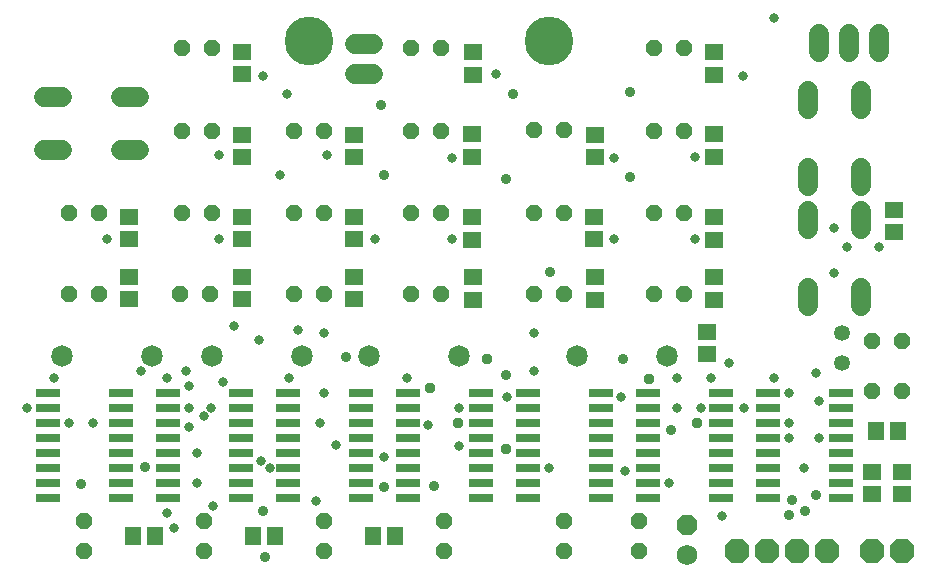
<source format=gbr>
G04 EAGLE Gerber X2 export*
%TF.Part,Single*%
%TF.FileFunction,Soldermask,Top,1*%
%TF.FilePolarity,Negative*%
%TF.GenerationSoftware,Autodesk,EAGLE,9.1.0*%
%TF.CreationDate,2019-12-30T04:36:43Z*%
G75*
%MOMM*%
%FSLAX34Y34*%
%LPD*%
%AMOC8*
5,1,8,0,0,1.08239X$1,22.5*%
G01*
%ADD10C,4.127000*%
%ADD11R,2.159000X0.787400*%
%ADD12P,1.457113X8X22.500000*%
%ADD13C,1.346200*%
%ADD14R,1.427000X1.627000*%
%ADD15R,1.627000X1.427000*%
%ADD16P,2.226909X8X22.500000*%
%ADD17P,1.457113X8X292.500000*%
%ADD18C,1.827000*%
%ADD19C,1.651000*%
%ADD20P,1.869504X8X112.500000*%
%ADD21C,1.727200*%
%ADD22C,0.832600*%
%ADD23C,0.889000*%
%ADD24C,0.939800*%


D10*
X249206Y457454D03*
X452406Y457454D03*
D11*
X597440Y70104D03*
X535972Y70104D03*
X597440Y82804D03*
X597440Y95504D03*
X535972Y82804D03*
X535972Y95504D03*
X597440Y108204D03*
X535972Y108204D03*
X597440Y120904D03*
X535972Y120904D03*
X597440Y133604D03*
X597440Y146304D03*
X535972Y133604D03*
X535972Y146304D03*
X597440Y159004D03*
X535972Y159004D03*
D12*
X541306Y451580D03*
X566706Y451580D03*
X541306Y381413D03*
X566706Y381413D03*
X541306Y311245D03*
X566706Y311245D03*
X541306Y242697D03*
X566706Y242697D03*
D11*
X637572Y159004D03*
X699040Y159004D03*
X637572Y146304D03*
X637572Y133604D03*
X699040Y146304D03*
X699040Y133604D03*
X637572Y120904D03*
X699040Y120904D03*
X637572Y108204D03*
X699040Y108204D03*
X637572Y95504D03*
X637572Y82804D03*
X699040Y95504D03*
X699040Y82804D03*
X637572Y70104D03*
X699040Y70104D03*
D13*
X700056Y184404D03*
X700056Y209804D03*
D12*
X725456Y203454D03*
X750856Y203454D03*
X725456Y160560D03*
X750856Y160560D03*
D14*
X728656Y127254D03*
X747656Y127254D03*
D15*
X750856Y73304D03*
X750856Y92304D03*
X725456Y92304D03*
X725456Y73304D03*
D16*
X725456Y25654D03*
X750856Y25654D03*
X611156Y25654D03*
X636556Y25654D03*
X661956Y25654D03*
X687356Y25654D03*
D15*
X591820Y257118D03*
X591820Y238118D03*
X592106Y289045D03*
X592106Y308045D03*
X592106Y359213D03*
X592106Y378213D03*
X591820Y428682D03*
X591820Y447682D03*
D11*
X495840Y70104D03*
X434372Y70104D03*
X495840Y82804D03*
X495840Y95504D03*
X434372Y82804D03*
X434372Y95504D03*
X495840Y108204D03*
X434372Y108204D03*
X495840Y120904D03*
X434372Y120904D03*
X495840Y133604D03*
X495840Y146304D03*
X434372Y133604D03*
X434372Y146304D03*
X495840Y159004D03*
X434372Y159004D03*
D12*
X439706Y381572D03*
X465106Y381572D03*
X439706Y311404D03*
X465106Y311404D03*
X439706Y242792D03*
X465106Y242792D03*
D15*
X491173Y257023D03*
X491173Y238023D03*
X490506Y289204D03*
X490506Y308204D03*
X491173Y358673D03*
X491173Y377673D03*
D17*
X58706Y51054D03*
X58706Y25654D03*
X261906Y51054D03*
X261906Y25654D03*
D11*
X394240Y70104D03*
X332772Y70104D03*
X394240Y82804D03*
X394240Y95504D03*
X332772Y82804D03*
X332772Y95504D03*
X394240Y108204D03*
X332772Y108204D03*
X394240Y120904D03*
X332772Y120904D03*
X394240Y133604D03*
X394240Y146304D03*
X332772Y133604D03*
X332772Y146304D03*
X394240Y159004D03*
X332772Y159004D03*
D12*
X334994Y451580D03*
X360394Y451580D03*
X334994Y381413D03*
X360394Y381413D03*
X334994Y311245D03*
X360394Y311245D03*
X334994Y242634D03*
X360394Y242634D03*
D15*
X387414Y257182D03*
X387414Y238182D03*
X387350Y289045D03*
X387350Y308045D03*
X387350Y359213D03*
X387350Y378213D03*
X387414Y428682D03*
X387414Y447682D03*
D11*
X292640Y70104D03*
X231172Y70104D03*
X292640Y82804D03*
X292640Y95504D03*
X231172Y82804D03*
X231172Y95504D03*
X292640Y108204D03*
X231172Y108204D03*
X292640Y120904D03*
X231172Y120904D03*
X292640Y133604D03*
X292640Y146304D03*
X231172Y133604D03*
X231172Y146304D03*
X292640Y159004D03*
X231172Y159004D03*
D12*
X236506Y381254D03*
X261906Y381254D03*
X236506Y311404D03*
X261906Y311404D03*
X236506Y243110D03*
X261906Y243110D03*
D15*
X287306Y257404D03*
X287306Y238404D03*
X287306Y289204D03*
X287306Y308204D03*
X287306Y359054D03*
X287306Y378054D03*
D17*
X465106Y51054D03*
X465106Y25654D03*
X160306Y51054D03*
X160306Y25654D03*
D11*
X191040Y70104D03*
X129572Y70104D03*
X191040Y82804D03*
X191040Y95504D03*
X129572Y82804D03*
X129572Y95504D03*
X191040Y108204D03*
X129572Y108204D03*
X191040Y120904D03*
X129572Y120904D03*
X191040Y133604D03*
X191040Y146304D03*
X129572Y133604D03*
X129572Y146304D03*
X191040Y159004D03*
X129572Y159004D03*
D12*
X141256Y451104D03*
X166656Y451104D03*
X141256Y381254D03*
X166656Y381254D03*
X141256Y311404D03*
X166656Y311404D03*
X139700Y243110D03*
X165100Y243110D03*
D15*
X192056Y257404D03*
X192056Y238404D03*
X192056Y289204D03*
X192056Y308204D03*
X192056Y359054D03*
X192056Y378054D03*
X192056Y428904D03*
X192056Y447904D03*
D11*
X89440Y70104D03*
X27972Y70104D03*
X89440Y82804D03*
X89440Y95504D03*
X27972Y82804D03*
X27972Y95504D03*
X89440Y108204D03*
X27972Y108204D03*
X89440Y120904D03*
X27972Y120904D03*
X89440Y133604D03*
X89440Y146304D03*
X27972Y133604D03*
X27972Y146304D03*
X89440Y159004D03*
X27972Y159004D03*
D12*
X46006Y311404D03*
X71406Y311404D03*
X46006Y243110D03*
X71406Y243110D03*
D15*
X96806Y257404D03*
X96806Y238404D03*
X96806Y289204D03*
X96806Y308204D03*
D17*
X363506Y51054D03*
X363506Y25654D03*
X528606Y51054D03*
X528606Y25654D03*
D18*
X475901Y190405D03*
X552101Y190405D03*
X300006Y190754D03*
X376206Y190754D03*
X39656Y190754D03*
X115856Y190754D03*
D19*
X671100Y233172D02*
X671100Y248412D01*
X716312Y248412D02*
X716312Y233172D01*
X671100Y298196D02*
X671100Y313436D01*
X716312Y313436D02*
X716312Y298196D01*
X671100Y334772D02*
X671100Y350012D01*
X716312Y350012D02*
X716312Y334772D01*
X671100Y399796D02*
X671100Y415036D01*
X716312Y415036D02*
X716312Y399796D01*
D15*
X744506Y314554D03*
X744506Y295554D03*
D18*
X166656Y190754D03*
X242856Y190754D03*
D14*
X100006Y38354D03*
X119006Y38354D03*
X220606Y38354D03*
X201606Y38354D03*
D15*
X585819Y211271D03*
X585819Y192271D03*
D14*
X322206Y38354D03*
X303206Y38354D03*
D19*
X40164Y364998D02*
X24924Y364998D01*
X24924Y410210D02*
X40164Y410210D01*
X89948Y364998D02*
X105188Y364998D01*
X105188Y410210D02*
X89948Y410210D01*
D20*
X568928Y47466D03*
D21*
X568928Y22066D03*
D19*
X731711Y448215D02*
X731711Y463455D01*
X706311Y463455D02*
X706311Y448215D01*
X680911Y448215D02*
X680911Y463455D01*
X303213Y429133D02*
X287973Y429133D01*
X287973Y454533D02*
X303213Y454533D01*
D22*
X176181Y168529D03*
X147606Y165354D03*
X144431Y178054D03*
X106331Y178054D03*
X230251Y412274D03*
X224028Y343821D03*
D23*
X309594Y402939D03*
X312706Y343821D03*
X421608Y412274D03*
X415385Y340709D03*
X521176Y413830D03*
X521176Y342265D03*
X280035Y189802D03*
X415385Y174244D03*
X211582Y20225D03*
D22*
X655606Y159004D03*
X668306Y95504D03*
X10418Y146304D03*
X258118Y133632D03*
X349510Y132309D03*
X147606Y146304D03*
X128556Y57404D03*
X516509Y93345D03*
X655606Y133604D03*
D23*
X678307Y73120D03*
D22*
X681006Y120904D03*
X681006Y152654D03*
X655606Y120904D03*
D23*
X668973Y59119D03*
D22*
X617506Y146304D03*
D24*
X577183Y133795D03*
D23*
X555403Y127572D03*
X514953Y188246D03*
D22*
X560356Y146304D03*
X580962Y146304D03*
X512731Y155829D03*
X331756Y171704D03*
X588931Y171704D03*
X560257Y171704D03*
D24*
X536734Y171133D03*
D22*
X376206Y114554D03*
D24*
X399828Y188246D03*
X415385Y112014D03*
D22*
X452406Y95504D03*
X439706Y178054D03*
X439706Y209804D03*
X261906Y209804D03*
X261906Y159004D03*
D23*
X452723Y261366D03*
D24*
X351600Y163354D03*
X374936Y133795D03*
D22*
X254822Y68156D03*
X215837Y95504D03*
X167390Y63754D03*
X239681Y212979D03*
X207931Y101854D03*
X206705Y203736D03*
X231684Y171704D03*
X376269Y146304D03*
X312706Y105029D03*
D23*
X210026Y59119D03*
X312706Y79343D03*
D22*
X185706Y216154D03*
X160306Y139954D03*
X153956Y82804D03*
X153956Y108204D03*
X46006Y133604D03*
X65790Y133604D03*
X147606Y130429D03*
X166115Y146304D03*
D23*
X110458Y96457D03*
X56007Y82455D03*
D22*
X731203Y283147D03*
X704755Y283147D03*
X693706Y298704D03*
X693706Y260604D03*
X642906Y171704D03*
X598456Y54900D03*
X642906Y476504D03*
X604806Y184404D03*
X554006Y82804D03*
X128556Y171704D03*
X33306Y171704D03*
X134906Y44704D03*
X210026Y427831D03*
X407607Y429387D03*
X616077Y427831D03*
X575628Y359378D03*
X575628Y289370D03*
X507175Y357823D03*
X507175Y289370D03*
X370269Y289370D03*
X370269Y357823D03*
X304927Y289370D03*
X172688Y289370D03*
X77788Y289370D03*
X172688Y360934D03*
X264478Y360934D03*
X272256Y115126D03*
X416941Y155575D03*
D23*
X354711Y80899D03*
D22*
X678307Y175796D03*
D23*
X658082Y68453D03*
X654971Y56007D03*
M02*

</source>
